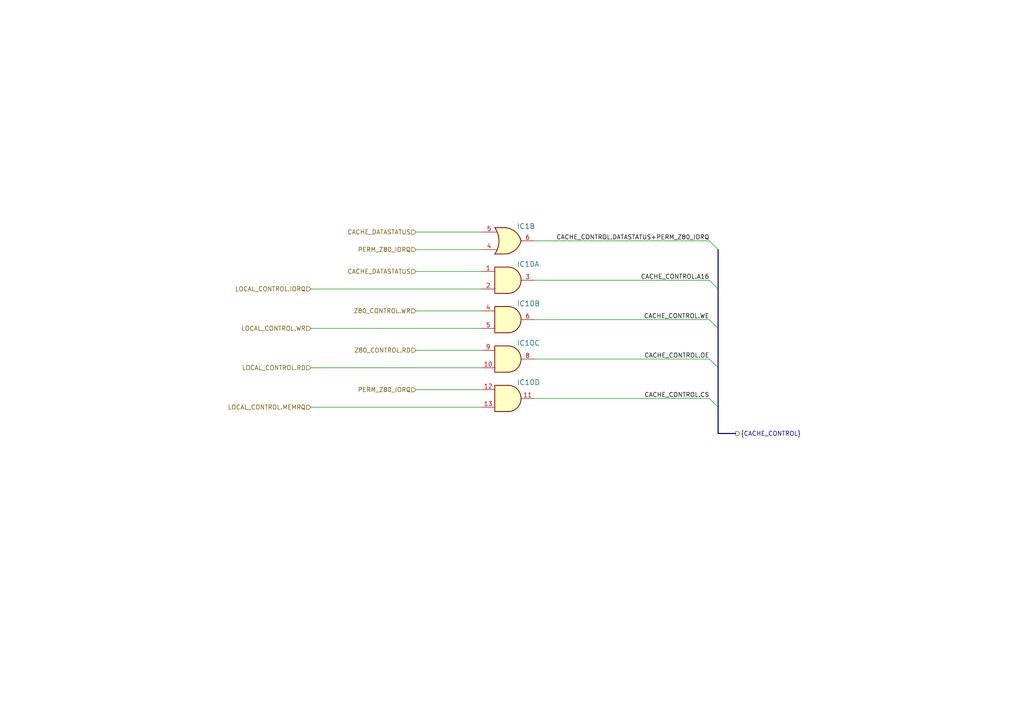
<source format=kicad_sch>
(kicad_sch (version 20230121) (generator eeschema)
  (paper "A4")
  (lib_symbols
    (symbol "74xx:74LS08" (pin_names (offset 1.016))
      (property "Reference" "U" (at 0 1.27 0))
      (property "Value" "74LS08" (at 0 -1.27 0))
      (symbol "74LS08_1_1"
        (arc (start 0 -3.81) (mid 3.7934 0) (end 0 3.81) (stroke (width 0.254)) (fill (type background)))
        (polyline (pts (xy 0 3.81) (xy -3.81 3.81) (xy -3.81 -3.81) (xy 0 -3.81)) (stroke (width 0.254)) (fill (type background)))
        (pin input line (at -7.62 2.54 0) (length 3.81) (name "~") (number "1"))
        (pin input line (at -7.62 -2.54 0) (length 3.81) (name "~") (number "2"))
        (pin output line (at 7.62 0 180) (length 3.81) (name "~") (number "3"))
      )
      (symbol "74LS08_1_2"
        (arc (start -3.81 -3.81) (mid -2.589 0) (end -3.81 3.81) (stroke (width 0.254)))
        (arc (start -0.6096 -3.81) (mid 2.1842 -2.5851) (end 3.81 0) (stroke (width 0.254)) (fill (type background)))
        (polyline (pts (xy -3.81 -3.81) (xy -0.635 -3.81)) (stroke (width 0.254)) (fill (type background)))
        (polyline (pts (xy -3.81 3.81) (xy -0.635 3.81)) (stroke (width 0.254)) (fill (type background)))
        (polyline (pts (xy -0.635 3.81) (xy -3.81 3.81) (xy -3.81 3.81) (xy -3.556 3.4036) (xy -3.0226 2.2606) (xy -2.6924 1.0414) (xy -2.6162 -0.254) (xy -2.7686 -1.4986) (xy -3.175 -2.7178) (xy -3.81 -3.81) (xy -3.81 -3.81) (xy -0.635 -3.81)) (stroke (width -25.4)) (fill (type background)))
        (arc (start 3.81 0) (mid 2.1915 2.5936) (end -0.6096 3.81) (stroke (width 0.254)) (fill (type background)))
        (pin input inverted (at -7.62 2.54 0) (length 4.318) (name "~") (number "1"))
        (pin input inverted (at -7.62 -2.54 0) (length 4.318) (name "~") (number "2"))
        (pin output inverted (at 7.62 0 180) (length 3.81) (name "~") (number "3"))
      )
      (symbol "74LS08_2_1"
        (arc (start 0 -3.81) (mid 3.7934 0) (end 0 3.81) (stroke (width 0.254)) (fill (type background)))
        (polyline (pts (xy 0 3.81) (xy -3.81 3.81) (xy -3.81 -3.81) (xy 0 -3.81)) (stroke (width 0.254)) (fill (type background)))
        (pin input line (at -7.62 2.54 0) (length 3.81) (name "~") (number "4"))
        (pin input line (at -7.62 -2.54 0) (length 3.81) (name "~") (number "5"))
        (pin output line (at 7.62 0 180) (length 3.81) (name "~") (number "6"))
      )
      (symbol "74LS08_2_2"
        (arc (start -3.81 -3.81) (mid -2.589 0) (end -3.81 3.81) (stroke (width 0.254)))
        (arc (start -0.6096 -3.81) (mid 2.1842 -2.5851) (end 3.81 0) (stroke (width 0.254)) (fill (type background)))
        (polyline (pts (xy -3.81 -3.81) (xy -0.635 -3.81)) (stroke (width 0.254)) (fill (type background)))
        (polyline (pts (xy -3.81 3.81) (xy -0.635 3.81)) (stroke (width 0.254)) (fill (type background)))
        (polyline (pts (xy -0.635 3.81) (xy -3.81 3.81) (xy -3.81 3.81) (xy -3.556 3.4036) (xy -3.0226 2.2606) (xy -2.6924 1.0414) (xy -2.6162 -0.254) (xy -2.7686 -1.4986) (xy -3.175 -2.7178) (xy -3.81 -3.81) (xy -3.81 -3.81) (xy -0.635 -3.81)) (stroke (width -25.4)) (fill (type background)))
        (arc (start 3.81 0) (mid 2.1915 2.5936) (end -0.6096 3.81) (stroke (width 0.254)) (fill (type background)))
        (pin input inverted (at -7.62 2.54 0) (length 4.318) (name "~") (number "4"))
        (pin input inverted (at -7.62 -2.54 0) (length 4.318) (name "~") (number "5"))
        (pin output inverted (at 7.62 0 180) (length 3.81) (name "~") (number "6"))
      )
      (symbol "74LS08_3_1"
        (arc (start 0 -3.81) (mid 3.7934 0) (end 0 3.81) (stroke (width 0.254)) (fill (type background)))
        (polyline (pts (xy 0 3.81) (xy -3.81 3.81) (xy -3.81 -3.81) (xy 0 -3.81)) (stroke (width 0.254)) (fill (type background)))
        (pin input line (at -7.62 -2.54 0) (length 3.81) (name "~") (number "10"))
        (pin output line (at 7.62 0 180) (length 3.81) (name "~") (number "8"))
        (pin input line (at -7.62 2.54 0) (length 3.81) (name "~") (number "9"))
      )
      (symbol "74LS08_3_2"
        (arc (start -3.81 -3.81) (mid -2.589 0) (end -3.81 3.81) (stroke (width 0.254)))
        (arc (start -0.6096 -3.81) (mid 2.1842 -2.5851) (end 3.81 0) (stroke (width 0.254)) (fill (type background)))
        (polyline (pts (xy -3.81 -3.81) (xy -0.635 -3.81)) (stroke (width 0.254)) (fill (type background)))
        (polyline (pts (xy -3.81 3.81) (xy -0.635 3.81)) (stroke (width 0.254)) (fill (type background)))
        (polyline (pts (xy -0.635 3.81) (xy -3.81 3.81) (xy -3.81 3.81) (xy -3.556 3.4036) (xy -3.0226 2.2606) (xy -2.6924 1.0414) (xy -2.6162 -0.254) (xy -2.7686 -1.4986) (xy -3.175 -2.7178) (xy -3.81 -3.81) (xy -3.81 -3.81) (xy -0.635 -3.81)) (stroke (width -25.4)) (fill (type background)))
        (arc (start 3.81 0) (mid 2.1915 2.5936) (end -0.6096 3.81) (stroke (width 0.254)) (fill (type background)))
        (pin input inverted (at -7.62 -2.54 0) (length 4.318) (name "~") (number "10"))
        (pin output inverted (at 7.62 0 180) (length 3.81) (name "~") (number "8"))
        (pin input inverted (at -7.62 2.54 0) (length 4.318) (name "~") (number "9"))
      )
      (symbol "74LS08_4_1"
        (arc (start 0 -3.81) (mid 3.7934 0) (end 0 3.81) (stroke (width 0.254)) (fill (type background)))
        (polyline (pts (xy 0 3.81) (xy -3.81 3.81) (xy -3.81 -3.81) (xy 0 -3.81)) (stroke (width 0.254)) (fill (type background)))
        (pin output line (at 7.62 0 180) (length 3.81) (name "~") (number "11"))
        (pin input line (at -7.62 2.54 0) (length 3.81) (name "~") (number "12"))
        (pin input line (at -7.62 -2.54 0) (length 3.81) (name "~") (number "13"))
      )
      (symbol "74LS08_4_2"
        (arc (start -3.81 -3.81) (mid -2.589 0) (end -3.81 3.81) (stroke (width 0.254)))
        (arc (start -0.6096 -3.81) (mid 2.1842 -2.5851) (end 3.81 0) (stroke (width 0.254)) (fill (type background)))
        (polyline (pts (xy -3.81 -3.81) (xy -0.635 -3.81)) (stroke (width 0.254)) (fill (type background)))
        (polyline (pts (xy -3.81 3.81) (xy -0.635 3.81)) (stroke (width 0.254)) (fill (type background)))
        (polyline (pts (xy -0.635 3.81) (xy -3.81 3.81) (xy -3.81 3.81) (xy -3.556 3.4036) (xy -3.0226 2.2606) (xy -2.6924 1.0414) (xy -2.6162 -0.254) (xy -2.7686 -1.4986) (xy -3.175 -2.7178) (xy -3.81 -3.81) (xy -3.81 -3.81) (xy -0.635 -3.81)) (stroke (width -25.4)) (fill (type background)))
        (arc (start 3.81 0) (mid 2.1915 2.5936) (end -0.6096 3.81) (stroke (width 0.254)) (fill (type background)))
        (pin output inverted (at 7.62 0 180) (length 3.81) (name "~") (number "11"))
        (pin input inverted (at -7.62 2.54 0) (length 4.318) (name "~") (number "12"))
        (pin input inverted (at -7.62 -2.54 0) (length 4.318) (name "~") (number "13"))
      )
      (symbol "74LS08_5_0"
        (pin power_in line (at 0 12.7 270) (length 5.08) (name "VCC") (number "14"))
        (pin power_in line (at 0 -12.7 90) (length 5.08) (name "GND") (number "7"))
      )
      (symbol "74LS08_5_1"
        (rectangle (start -5.08 7.62) (end 5.08 -7.62) (stroke (width 0.254)) (fill (type background)))
      )
    )
    (symbol "74xx:74LS32" (pin_names (offset 1.016))
      (property "Reference" "U" (at 0 1.27 0))
      (property "Value" "74LS32" (at 0 -1.27 0))
      (symbol "74LS32_1_1"
        (arc (start -3.81 -3.81) (mid -2.589 0) (end -3.81 3.81) (stroke (width 0.254)))
        (arc (start -0.6096 -3.81) (mid 2.1842 -2.5851) (end 3.81 0) (stroke (width 0.254)) (fill (type background)))
        (polyline (pts (xy -3.81 -3.81) (xy -0.635 -3.81)) (stroke (width 0.254)) (fill (type background)))
        (polyline (pts (xy -3.81 3.81) (xy -0.635 3.81)) (stroke (width 0.254)) (fill (type background)))
        (polyline (pts (xy -0.635 3.81) (xy -3.81 3.81) (xy -3.81 3.81) (xy -3.556 3.4036) (xy -3.0226 2.2606) (xy -2.6924 1.0414) (xy -2.6162 -0.254) (xy -2.7686 -1.4986) (xy -3.175 -2.7178) (xy -3.81 -3.81) (xy -3.81 -3.81) (xy -0.635 -3.81)) (stroke (width -25.4)) (fill (type background)))
        (arc (start 3.81 0) (mid 2.1915 2.5936) (end -0.6096 3.81) (stroke (width 0.254)) (fill (type background)))
        (pin input line (at -7.62 2.54 0) (length 4.318) (name "~") (number "1"))
        (pin input line (at -7.62 -2.54 0) (length 4.318) (name "~") (number "2"))
        (pin output line (at 7.62 0 180) (length 3.81) (name "~") (number "3"))
      )
      (symbol "74LS32_1_2"
        (arc (start 0 -3.81) (mid 3.7934 0) (end 0 3.81) (stroke (width 0.254)) (fill (type background)))
        (polyline (pts (xy 0 3.81) (xy -3.81 3.81) (xy -3.81 -3.81) (xy 0 -3.81)) (stroke (width 0.254)) (fill (type background)))
        (pin input inverted (at -7.62 2.54 0) (length 3.81) (name "~") (number "1"))
        (pin input inverted (at -7.62 -2.54 0) (length 3.81) (name "~") (number "2"))
        (pin output inverted (at 7.62 0 180) (length 3.81) (name "~") (number "3"))
      )
      (symbol "74LS32_2_1"
        (arc (start -3.81 -3.81) (mid -2.589 0) (end -3.81 3.81) (stroke (width 0.254)))
        (arc (start -0.6096 -3.81) (mid 2.1842 -2.5851) (end 3.81 0) (stroke (width 0.254)) (fill (type background)))
        (polyline (pts (xy -3.81 -3.81) (xy -0.635 -3.81)) (stroke (width 0.254)) (fill (type background)))
        (polyline (pts (xy -3.81 3.81) (xy -0.635 3.81)) (stroke (width 0.254)) (fill (type background)))
        (polyline (pts (xy -0.635 3.81) (xy -3.81 3.81) (xy -3.81 3.81) (xy -3.556 3.4036) (xy -3.0226 2.2606) (xy -2.6924 1.0414) (xy -2.6162 -0.254) (xy -2.7686 -1.4986) (xy -3.175 -2.7178) (xy -3.81 -3.81) (xy -3.81 -3.81) (xy -0.635 -3.81)) (stroke (width -25.4)) (fill (type background)))
        (arc (start 3.81 0) (mid 2.1915 2.5936) (end -0.6096 3.81) (stroke (width 0.254)) (fill (type background)))
        (pin input line (at -7.62 2.54 0) (length 4.318) (name "~") (number "4"))
        (pin input line (at -7.62 -2.54 0) (length 4.318) (name "~") (number "5"))
        (pin output line (at 7.62 0 180) (length 3.81) (name "~") (number "6"))
      )
      (symbol "74LS32_2_2"
        (arc (start 0 -3.81) (mid 3.7934 0) (end 0 3.81) (stroke (width 0.254)) (fill (type background)))
        (polyline (pts (xy 0 3.81) (xy -3.81 3.81) (xy -3.81 -3.81) (xy 0 -3.81)) (stroke (width 0.254)) (fill (type background)))
        (pin input inverted (at -7.62 2.54 0) (length 3.81) (name "~") (number "4"))
        (pin input inverted (at -7.62 -2.54 0) (length 3.81) (name "~") (number "5"))
        (pin output inverted (at 7.62 0 180) (length 3.81) (name "~") (number "6"))
      )
      (symbol "74LS32_3_1"
        (arc (start -3.81 -3.81) (mid -2.589 0) (end -3.81 3.81) (stroke (width 0.254)))
        (arc (start -0.6096 -3.81) (mid 2.1842 -2.5851) (end 3.81 0) (stroke (width 0.254)) (fill (type background)))
        (polyline (pts (xy -3.81 -3.81) (xy -0.635 -3.81)) (stroke (width 0.254)) (fill (type background)))
        (polyline (pts (xy -3.81 3.81) (xy -0.635 3.81)) (stroke (width 0.254)) (fill (type background)))
        (polyline (pts (xy -0.635 3.81) (xy -3.81 3.81) (xy -3.81 3.81) (xy -3.556 3.4036) (xy -3.0226 2.2606) (xy -2.6924 1.0414) (xy -2.6162 -0.254) (xy -2.7686 -1.4986) (xy -3.175 -2.7178) (xy -3.81 -3.81) (xy -3.81 -3.81) (xy -0.635 -3.81)) (stroke (width -25.4)) (fill (type background)))
        (arc (start 3.81 0) (mid 2.1915 2.5936) (end -0.6096 3.81) (stroke (width 0.254)) (fill (type background)))
        (pin input line (at -7.62 -2.54 0) (length 4.318) (name "~") (number "10"))
        (pin output line (at 7.62 0 180) (length 3.81) (name "~") (number "8"))
        (pin input line (at -7.62 2.54 0) (length 4.318) (name "~") (number "9"))
      )
      (symbol "74LS32_3_2"
        (arc (start 0 -3.81) (mid 3.7934 0) (end 0 3.81) (stroke (width 0.254)) (fill (type background)))
        (polyline (pts (xy 0 3.81) (xy -3.81 3.81) (xy -3.81 -3.81) (xy 0 -3.81)) (stroke (width 0.254)) (fill (type background)))
        (pin input inverted (at -7.62 -2.54 0) (length 3.81) (name "~") (number "10"))
        (pin output inverted (at 7.62 0 180) (length 3.81) (name "~") (number "8"))
        (pin input inverted (at -7.62 2.54 0) (length 3.81) (name "~") (number "9"))
      )
      (symbol "74LS32_4_1"
        (arc (start -3.81 -3.81) (mid -2.589 0) (end -3.81 3.81) (stroke (width 0.254)))
        (arc (start -0.6096 -3.81) (mid 2.1842 -2.5851) (end 3.81 0) (stroke (width 0.254)) (fill (type background)))
        (polyline (pts (xy -3.81 -3.81) (xy -0.635 -3.81)) (stroke (width 0.254)) (fill (type background)))
        (polyline (pts (xy -3.81 3.81) (xy -0.635 3.81)) (stroke (width 0.254)) (fill (type background)))
        (polyline (pts (xy -0.635 3.81) (xy -3.81 3.81) (xy -3.81 3.81) (xy -3.556 3.4036) (xy -3.0226 2.2606) (xy -2.6924 1.0414) (xy -2.6162 -0.254) (xy -2.7686 -1.4986) (xy -3.175 -2.7178) (xy -3.81 -3.81) (xy -3.81 -3.81) (xy -0.635 -3.81)) (stroke (width -25.4)) (fill (type background)))
        (arc (start 3.81 0) (mid 2.1915 2.5936) (end -0.6096 3.81) (stroke (width 0.254)) (fill (type background)))
        (pin output line (at 7.62 0 180) (length 3.81) (name "~") (number "11"))
        (pin input line (at -7.62 2.54 0) (length 4.318) (name "~") (number "12"))
        (pin input line (at -7.62 -2.54 0) (length 4.318) (name "~") (number "13"))
      )
      (symbol "74LS32_4_2"
        (arc (start 0 -3.81) (mid 3.7934 0) (end 0 3.81) (stroke (width 0.254)) (fill (type background)))
        (polyline (pts (xy 0 3.81) (xy -3.81 3.81) (xy -3.81 -3.81) (xy 0 -3.81)) (stroke (width 0.254)) (fill (type background)))
        (pin output inverted (at 7.62 0 180) (length 3.81) (name "~") (number "11"))
        (pin input inverted (at -7.62 2.54 0) (length 3.81) (name "~") (number "12"))
        (pin input inverted (at -7.62 -2.54 0) (length 3.81) (name "~") (number "13"))
      )
      (symbol "74LS32_5_0"
        (pin power_in line (at 0 12.7 270) (length 5.08) (name "VCC") (number "14"))
        (pin power_in line (at 0 -12.7 90) (length 5.08) (name "GND") (number "7"))
      )
      (symbol "74LS32_5_1"
        (rectangle (start -5.08 7.62) (end 5.08 -7.62) (stroke (width 0.254)) (fill (type background)))
      )
    )
  )
  (bus_entry (at 205.74 115.57) (size 2.54 2.54))
  (bus_entry (at 205.74 104.14) (size 2.54 2.54))
  (bus_entry (at 205.74 69.85) (size 2.54 2.54))
  (bus_entry (at 205.74 81.28) (size 2.54 2.54))
  (bus_entry (at 205.74 92.71) (size 2.54 2.54))
  (wire (pts (xy 139.7 78.74) (xy 120.65 78.74)))
  (wire (pts (xy 90.17 106.68) (xy 139.7 106.68)))
  (bus (pts (xy 208.28 83.82) (xy 208.28 95.25)))
  (bus (pts (xy 213.36 125.73) (xy 208.28 125.73)))
  (wire (pts (xy 139.7 90.17) (xy 120.65 90.17)))
  (bus (pts (xy 208.28 95.25) (xy 208.28 106.68)))
  (bus (pts (xy 208.28 72.39) (xy 208.28 83.82)))
  (bus (pts (xy 208.28 125.73) (xy 208.28 118.11)))
  (wire (pts (xy 154.94 92.71) (xy 205.74 92.71)))
  (wire (pts (xy 90.17 83.82) (xy 139.7 83.82)))
  (wire (pts (xy 139.7 113.03) (xy 120.65 113.03)))
  (wire (pts (xy 90.17 95.25) (xy 139.7 95.25)))
  (wire (pts (xy 154.94 115.57) (xy 205.74 115.57)))
  (wire (pts (xy 90.17 118.11) (xy 139.7 118.11)))
  (wire (pts (xy 120.65 72.39) (xy 139.7 72.39)))
  (wire (pts (xy 120.65 101.6) (xy 139.7 101.6)))
  (wire (pts (xy 154.94 104.14) (xy 205.74 104.14)))
  (wire (pts (xy 154.94 81.28) (xy 205.74 81.28)))
  (bus (pts (xy 208.28 106.68) (xy 208.28 118.11)))
  (wire (pts (xy 205.74 69.85) (xy 154.94 69.85)))
  (wire (pts (xy 120.65 67.31) (xy 139.7 67.31)))
  (label "CACHE_CONTROL.CS" (at 205.74 115.57 180))
  (label "CACHE_CONTROL.OE" (at 205.74 104.14 180))
  (label "CACHE_CONTROL.A16" (at 205.74 81.28 180))
  (label "CACHE_CONTROL.WE" (at 205.74 92.71 180))
  (label "CACHE_CONTROL.DATASTATUS+PERM_Z80_IORQ" (at 205.74 69.85 180))
  (hierarchical_label "Z80_CONTROL.WR" (shape input) (at 120.65 90.17 180))
  (hierarchical_label "LOCAL_CONTROL.IORQ" (shape input) (at 90.17 83.82 180))
  (hierarchical_label "LOCAL_CONTROL.MEMRQ" (shape input) (at 90.17 118.11 180))
  (hierarchical_label "CACHE_DATASTATUS" (shape input) (at 120.65 67.31 180))
  (hierarchical_label "{CACHE_CONTROL}" (shape output) (at 213.36 125.73 0))
  (hierarchical_label "CACHE_DATASTATUS" (shape input) (at 120.65 78.74 180))
  (hierarchical_label "Z80_CONTROL.RD" (shape input) (at 120.65 101.6 180))
  (hierarchical_label "PERM_Z80_IORQ" (shape input) (at 120.65 72.39 180))
  (hierarchical_label "LOCAL_CONTROL.RD" (shape input) (at 90.17 106.68 180))
  (hierarchical_label "PERM_Z80_IORQ" (shape input) (at 120.65 113.03 180))
  (hierarchical_label "LOCAL_CONTROL.WR" (shape input) (at 90.17 95.25 180))
  (symbol (lib_id "74xx:74LS08") (at 147.32 115.57 0) (unit 4)
    (property "Reference" "IC10" (at 149.86 111.76 0) (effects (font (size 1.4986 1.4986)) (justify left bottom)))
    (property "Value" "74HC08N" (effects hide))
    (property "Footprint" "Package_DIP:DIP-14_W7.62mm_Socket" (effects hide))
    (property "Datasheet" "http://www.ti.com/lit/gpn/sn74LS08" (effects hide))
    (instances (project "FujiNet_Z80Bus_ReferenceDesign" (path "" (reference "IC10") (unit 4)) (path "" (reference "IC?") (unit 4)) (path "" (reference "IC10") (unit 4)) (path "" (reference "IC13") (unit 4))) (project "GLUE_ZXspectrum" (path "" (reference "IC11") (unit 4))))
  )
  (symbol (lib_id "74xx:74LS08") (at 147.32 104.14 0) (unit 3)
    (property "Reference" "IC10" (at 149.86 100.33 0) (effects (font (size 1.4986 1.4986)) (justify left bottom)))
    (property "Value" "74HC08N" (effects hide))
    (property "Footprint" "Package_DIP:DIP-14_W7.62mm_Socket" (effects hide))
    (property "Datasheet" "http://www.ti.com/lit/gpn/sn74LS08" (effects hide))
    (instances (project "FujiNet_Z80Bus_ReferenceDesign" (path "" (reference "IC10") (unit 3)) (path "" (reference "IC?") (unit 3)) (path "" (reference "IC10") (unit 3)) (path "" (reference "IC13") (unit 3))) (project "GLUE_ZXspectrum" (path "" (reference "IC11") (unit 3))))
  )
  (symbol (lib_id "74xx:74LS32") (at 147.32 69.85 0) (mirror x) (unit 2)
    (property "Reference" "IC1" (at 149.86 64.77 0) (effects (font (size 1.4986 1.4986)) (justify left bottom)))
    (property "Value" "74HC32N" (effects hide))
    (property "Footprint" "Package_DIP:DIP-14_W7.62mm_Socket" (effects hide))
    (property "Datasheet" "http://www.ti.com/lit/gpn/sn74LS32" (effects hide))
    (instances (project "FujiNet_Z80Bus_ReferenceDesign" (path "" (reference "IC1") (unit 2)) (path "" (reference "IC?") (unit 2)) (path "" (reference "IC1") (unit 2)) (path "" (reference "IC14") (unit 2))) (project "GLUE_ZXspectrum" (path "" (reference "IC5") (unit 2))))
  )
  (symbol (lib_id "74xx:74LS08") (at 147.32 81.28 0) (unit 1)
    (property "Reference" "IC10" (at 149.86 77.47 0) (effects (font (size 1.4986 1.4986)) (justify left bottom)))
    (property "Value" "74HC08N" (effects hide))
    (property "Footprint" "Package_DIP:DIP-14_W7.62mm_Socket" (effects hide))
    (property "Datasheet" "http://www.ti.com/lit/gpn/sn74LS08" (effects hide))
    (instances (project "FujiNet_Z80Bus_ReferenceDesign" (path "" (reference "IC10") (unit 1)) (path "" (reference "IC?") (unit 1)) (path "" (reference "IC10") (unit 1)) (path "" (reference "IC13") (unit 1))) (project "GLUE_ZXspectrum" (path "" (reference "IC11") (unit 1))))
  )
  (symbol (lib_id "74xx:74LS08") (at 147.32 92.71 0) (unit 2)
    (property "Reference" "IC10" (at 149.86 88.9 0) (effects (font (size 1.4986 1.4986)) (justify left bottom)))
    (property "Value" "74HC08N" (effects hide))
    (property "Footprint" "Package_DIP:DIP-14_W7.62mm_Socket" (effects hide))
    (property "Datasheet" "http://www.ti.com/lit/gpn/sn74LS08" (effects hide))
    (instances (project "FujiNet_Z80Bus_ReferenceDesign" (path "" (reference "IC10") (unit 2)) (path "" (reference "IC?") (unit 2)) (path "" (reference "IC10") (unit 2)) (path "" (reference "IC13") (unit 2))) (project "GLUE_ZXspectrum" (path "" (reference "IC11") (unit 2))))
  )
)
</source>
